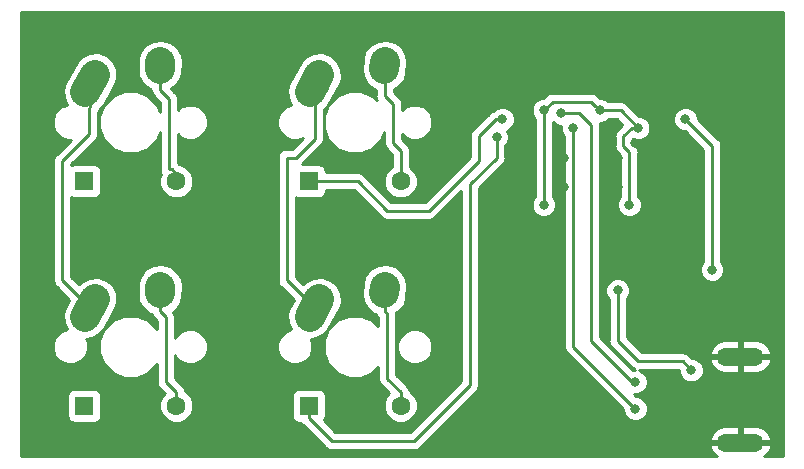
<source format=gtl>
G04 #@! TF.GenerationSoftware,KiCad,Pcbnew,(5.0.0-3-g5ebb6b6)*
G04 #@! TF.CreationDate,2018-09-23T16:07:04+01:00*
G04 #@! TF.ProjectId,PCB1,504342312E6B696361645F7063620000,rev?*
G04 #@! TF.SameCoordinates,Original*
G04 #@! TF.FileFunction,Copper,L1,Top,Signal*
G04 #@! TF.FilePolarity,Positive*
%FSLAX46Y46*%
G04 Gerber Fmt 4.6, Leading zero omitted, Abs format (unit mm)*
G04 Created by KiCad (PCBNEW (5.0.0-3-g5ebb6b6)) date Sunday, 23 September 2018 at 16:07:04*
%MOMM*%
%LPD*%
G01*
G04 APERTURE LIST*
G04 #@! TA.AperFunction,ComponentPad*
%ADD10R,1.600000X1.600000*%
G04 #@! TD*
G04 #@! TA.AperFunction,ComponentPad*
%ADD11C,1.600000*%
G04 #@! TD*
G04 #@! TA.AperFunction,ComponentPad*
%ADD12O,4.000000X1.500000*%
G04 #@! TD*
G04 #@! TA.AperFunction,ComponentPad*
%ADD13C,2.500000*%
G04 #@! TD*
G04 #@! TA.AperFunction,Conductor*
%ADD14C,2.500000*%
G04 #@! TD*
G04 #@! TA.AperFunction,ViaPad*
%ADD15C,0.800000*%
G04 #@! TD*
G04 #@! TA.AperFunction,Conductor*
%ADD16C,0.250000*%
G04 #@! TD*
G04 #@! TA.AperFunction,Conductor*
%ADD17C,0.254000*%
G04 #@! TD*
G04 APERTURE END LIST*
D10*
G04 #@! TO.P,D1,1*
G04 #@! TO.N,/Row0*
X105600000Y-62500000D03*
D11*
G04 #@! TO.P,D1,2*
G04 #@! TO.N,Net-(D1-Pad2)*
X113400000Y-62500000D03*
G04 #@! TD*
D10*
G04 #@! TO.P,D2,1*
G04 #@! TO.N,/Row1*
X105600000Y-81500000D03*
D11*
G04 #@! TO.P,D2,2*
G04 #@! TO.N,Net-(D2-Pad2)*
X113400000Y-81500000D03*
G04 #@! TD*
G04 #@! TO.P,D3,2*
G04 #@! TO.N,Net-(D3-Pad2)*
X132400000Y-62500000D03*
D10*
G04 #@! TO.P,D3,1*
G04 #@! TO.N,/Row0*
X124600000Y-62500000D03*
G04 #@! TD*
D11*
G04 #@! TO.P,D4,2*
G04 #@! TO.N,Net-(D4-Pad2)*
X132400000Y-81500000D03*
D10*
G04 #@! TO.P,D4,1*
G04 #@! TO.N,/Row1*
X124600000Y-81500000D03*
G04 #@! TD*
D12*
G04 #@! TO.P,J1,6*
G04 #@! TO.N,GND*
X161150000Y-77350000D03*
X161150000Y-84650000D03*
G04 #@! TD*
D13*
G04 #@! TO.P,K1,1*
G04 #@! TO.N,/Col0*
X106095000Y-54230000D03*
D14*
G04 #@! TD*
G04 #@! TO.N,/Col0*
G04 #@! TO.C,K1*
X106500453Y-53500046D02*
X105689547Y-54959954D01*
D13*
G04 #@! TO.P,K1,2*
G04 #@! TO.N,Net-(D1-Pad2)*
X112020000Y-52710000D03*
D14*
G04 #@! TD*
G04 #@! TO.N,Net-(D1-Pad2)*
G04 #@! TO.C,K1*
X112039724Y-52420672D02*
X112000276Y-52999328D01*
D13*
G04 #@! TO.P,K2,1*
G04 #@! TO.N,/Col0*
X106095000Y-73230000D03*
D14*
G04 #@! TD*
G04 #@! TO.N,/Col0*
G04 #@! TO.C,K2*
X106500453Y-72500046D02*
X105689547Y-73959954D01*
D13*
G04 #@! TO.P,K2,2*
G04 #@! TO.N,Net-(D2-Pad2)*
X112020000Y-71710000D03*
D14*
G04 #@! TD*
G04 #@! TO.N,Net-(D2-Pad2)*
G04 #@! TO.C,K2*
X112039724Y-71420672D02*
X112000276Y-71999328D01*
D13*
G04 #@! TO.P,K3,2*
G04 #@! TO.N,Net-(D3-Pad2)*
X131020000Y-52710000D03*
D14*
G04 #@! TD*
G04 #@! TO.N,Net-(D3-Pad2)*
G04 #@! TO.C,K3*
X131039724Y-52420672D02*
X131000276Y-52999328D01*
D13*
G04 #@! TO.P,K3,1*
G04 #@! TO.N,/Col1*
X125095000Y-54230000D03*
D14*
G04 #@! TD*
G04 #@! TO.N,/Col1*
G04 #@! TO.C,K3*
X125500453Y-53500046D02*
X124689547Y-54959954D01*
D13*
G04 #@! TO.P,K4,2*
G04 #@! TO.N,Net-(D4-Pad2)*
X131020000Y-71710000D03*
D14*
G04 #@! TD*
G04 #@! TO.N,Net-(D4-Pad2)*
G04 #@! TO.C,K4*
X131039724Y-71420672D02*
X131000276Y-71999328D01*
D13*
G04 #@! TO.P,K4,1*
G04 #@! TO.N,/Col1*
X125095000Y-73230000D03*
D14*
G04 #@! TD*
G04 #@! TO.N,/Col1*
G04 #@! TO.C,K4*
X125500453Y-72500046D02*
X124689547Y-73959954D01*
D15*
G04 #@! TO.N,GND*
X157000000Y-60250000D03*
X152250000Y-59250000D03*
X150750000Y-63000000D03*
X146250000Y-63000000D03*
X146250000Y-60500000D03*
X150750000Y-60500000D03*
X155250000Y-68500000D03*
G04 #@! TO.N,Net-(R1-Pad1)*
X156500000Y-57250000D03*
G04 #@! TO.N,VCC*
X144500000Y-56500000D03*
X144500000Y-64500000D03*
X151750000Y-64500000D03*
X152500000Y-58000000D03*
X149250000Y-56500000D03*
G04 #@! TO.N,Net-(R4-Pad1)*
X147000000Y-58000000D03*
G04 #@! TO.N,Net-(R3-Pad1)*
X146000000Y-56750000D03*
X152250000Y-79500000D03*
G04 #@! TO.N,Net-(R4-Pad1)*
X152250000Y-81750000D03*
G04 #@! TO.N,VCC*
X150750000Y-71750000D03*
X157000000Y-78500000D03*
G04 #@! TO.N,/Row0*
X141000000Y-57250000D03*
G04 #@! TO.N,/Row1*
X140500000Y-58750000D03*
G04 #@! TO.N,Net-(R1-Pad1)*
X158750000Y-70000000D03*
G04 #@! TD*
D16*
G04 #@! TO.N,GND*
X157000000Y-60250000D02*
X155750000Y-59000000D01*
X155750000Y-59000000D02*
X152250000Y-59000000D01*
G04 #@! TO.N,VCC*
X144500000Y-56500000D02*
X144500000Y-64500000D01*
X148850001Y-56100001D02*
X149250000Y-56500000D01*
X148500000Y-55750000D02*
X148850001Y-56100001D01*
X145250000Y-55750000D02*
X148500000Y-55750000D01*
X144500000Y-56500000D02*
X145250000Y-55750000D01*
X151000000Y-56500000D02*
X152500000Y-58000000D01*
X149250000Y-56500000D02*
X151000000Y-56500000D01*
X151934315Y-58000000D02*
X151250000Y-58684315D01*
X152500000Y-58000000D02*
X151934315Y-58000000D01*
X151250000Y-58684315D02*
X151250000Y-59500000D01*
X151750000Y-60000000D02*
X151750000Y-64500000D01*
X151250000Y-59500000D02*
X151750000Y-60000000D01*
X150750000Y-71750000D02*
X150750000Y-76000000D01*
X150750000Y-76000000D02*
X152500000Y-77750000D01*
X156250000Y-77750000D02*
X157000000Y-78500000D01*
X152500000Y-77750000D02*
X156250000Y-77750000D01*
G04 #@! TO.N,Net-(D1-Pad2)*
X112750000Y-55500000D02*
X112750000Y-61500000D01*
X112020000Y-54770000D02*
X112750000Y-55500000D01*
X112020000Y-52710000D02*
X112020000Y-54770000D01*
X113400000Y-62500000D02*
X113400000Y-61900000D01*
X113000000Y-61500000D02*
X112750000Y-61500000D01*
X113400000Y-61900000D02*
X113000000Y-61500000D01*
G04 #@! TO.N,/Row0*
X140434315Y-57250000D02*
X141000000Y-57250000D01*
X139000000Y-58684315D02*
X140434315Y-57250000D01*
X134750000Y-65000000D02*
X139000000Y-60750000D01*
X124600000Y-62500000D02*
X128750000Y-62500000D01*
X131250000Y-65000000D02*
X134750000Y-65000000D01*
X139000000Y-60750000D02*
X139000000Y-58684315D01*
X128750000Y-62500000D02*
X131250000Y-65000000D01*
G04 #@! TO.N,Net-(D2-Pad2)*
X112020000Y-73520000D02*
X112020000Y-71710000D01*
X112500000Y-74000000D02*
X112020000Y-73520000D01*
X112500000Y-79468630D02*
X112500000Y-74000000D01*
X113400000Y-80368630D02*
X112500000Y-79468630D01*
X113400000Y-81500000D02*
X113400000Y-80368630D01*
G04 #@! TO.N,/Row1*
X124600000Y-82550000D02*
X126550000Y-84500000D01*
X124600000Y-81500000D02*
X124600000Y-82550000D01*
X126550000Y-84500000D02*
X133500000Y-84500000D01*
X133500000Y-84500000D02*
X138250000Y-79750000D01*
X138250000Y-79750000D02*
X138250000Y-62750000D01*
X140500000Y-60500000D02*
X140500000Y-58750000D01*
X138250000Y-62750000D02*
X140500000Y-60500000D01*
G04 #@! TO.N,Net-(D3-Pad2)*
X132400000Y-62500000D02*
X132400000Y-59900000D01*
X132400000Y-59900000D02*
X131750000Y-59250000D01*
X131750000Y-59250000D02*
X131750000Y-56000000D01*
X131020000Y-55270000D02*
X131020000Y-52710000D01*
X131750000Y-56000000D02*
X131020000Y-55270000D01*
G04 #@! TO.N,Net-(D4-Pad2)*
X132400000Y-80368630D02*
X131250000Y-79218630D01*
X132400000Y-81500000D02*
X132400000Y-80368630D01*
X131250000Y-79218630D02*
X131250000Y-73750000D01*
X131020000Y-73520000D02*
X131020000Y-71710000D01*
X131250000Y-73750000D02*
X131020000Y-73520000D01*
G04 #@! TO.N,/Col0*
X106095000Y-56239178D02*
X106000000Y-56334178D01*
X106095000Y-54230000D02*
X106095000Y-56239178D01*
X106000000Y-56334178D02*
X106000000Y-58500000D01*
X106000000Y-58500000D02*
X103750000Y-60750000D01*
X103750000Y-70885000D02*
X106095000Y-73230000D01*
X103750000Y-60750000D02*
X103750000Y-70885000D01*
G04 #@! TO.N,/Col1*
X122750000Y-70885000D02*
X125095000Y-73230000D01*
X122750000Y-60500000D02*
X122750000Y-70885000D01*
X123500000Y-60500000D02*
X122750000Y-60500000D01*
X125095000Y-58905000D02*
X123500000Y-60500000D01*
X125095000Y-54230000D02*
X125095000Y-58905000D01*
G04 #@! TO.N,Net-(R1-Pad1)*
X158750000Y-68750000D02*
X158750000Y-68750000D01*
X158750000Y-68750000D02*
X158750000Y-70000000D01*
X158750000Y-59500000D02*
X158750000Y-68750000D01*
X156500000Y-57250000D02*
X158750000Y-59500000D01*
G04 #@! TO.N,Net-(R3-Pad1)*
X152000000Y-79500000D02*
X152250000Y-79500000D01*
X148500000Y-76000000D02*
X152000000Y-79500000D01*
X147500000Y-56750000D02*
X148500000Y-57750000D01*
X148500000Y-57750000D02*
X148500000Y-76000000D01*
X146000000Y-56750000D02*
X147500000Y-56750000D01*
G04 #@! TO.N,Net-(R4-Pad1)*
X147000000Y-76500000D02*
X152250000Y-81750000D01*
X147000000Y-58000000D02*
X147000000Y-76500000D01*
G04 #@! TD*
D17*
G04 #@! TO.N,GND*
G36*
X164790001Y-85790000D02*
X163159733Y-85790000D01*
X163469145Y-85539540D01*
X163728173Y-85062684D01*
X163742318Y-84991185D01*
X163619656Y-84777000D01*
X161277000Y-84777000D01*
X161277000Y-84797000D01*
X161023000Y-84797000D01*
X161023000Y-84777000D01*
X158680344Y-84777000D01*
X158557682Y-84991185D01*
X158571827Y-85062684D01*
X158830855Y-85539540D01*
X159140267Y-85790000D01*
X100210000Y-85790000D01*
X100210000Y-80700000D01*
X104152560Y-80700000D01*
X104152560Y-82300000D01*
X104201843Y-82547765D01*
X104342191Y-82757809D01*
X104552235Y-82898157D01*
X104800000Y-82947440D01*
X106400000Y-82947440D01*
X106647765Y-82898157D01*
X106857809Y-82757809D01*
X106998157Y-82547765D01*
X107047440Y-82300000D01*
X107047440Y-80700000D01*
X106998157Y-80452235D01*
X106857809Y-80242191D01*
X106647765Y-80101843D01*
X106400000Y-80052560D01*
X104800000Y-80052560D01*
X104552235Y-80101843D01*
X104342191Y-80242191D01*
X104201843Y-80452235D01*
X104152560Y-80700000D01*
X100210000Y-80700000D01*
X100210000Y-57204436D01*
X102934100Y-57204436D01*
X102934100Y-57795564D01*
X103160314Y-58341695D01*
X103578305Y-58759686D01*
X104124436Y-58985900D01*
X104439298Y-58985900D01*
X103265530Y-60159669D01*
X103202071Y-60202071D01*
X103034096Y-60453464D01*
X102990000Y-60675149D01*
X102990000Y-60675153D01*
X102975112Y-60750000D01*
X102990000Y-60824847D01*
X102990001Y-70810148D01*
X102975112Y-70885000D01*
X103034097Y-71181537D01*
X103116546Y-71304930D01*
X103202072Y-71432929D01*
X103265528Y-71475329D01*
X104324924Y-72534726D01*
X103951538Y-73206949D01*
X103780164Y-73740720D01*
X103841609Y-74488097D01*
X104114132Y-75018368D01*
X103578305Y-75240314D01*
X103160314Y-75658305D01*
X102934100Y-76204436D01*
X102934100Y-76795564D01*
X103160314Y-77341695D01*
X103578305Y-77759686D01*
X104124436Y-77985900D01*
X104715564Y-77985900D01*
X105261695Y-77759686D01*
X105679686Y-77341695D01*
X105905900Y-76795564D01*
X105905900Y-76204436D01*
X105811726Y-75977079D01*
X106871100Y-75977079D01*
X106871100Y-77022921D01*
X107271326Y-77989152D01*
X108010848Y-78728674D01*
X108977079Y-79128900D01*
X110022921Y-79128900D01*
X110989152Y-78728674D01*
X111728674Y-77989152D01*
X111740000Y-77961808D01*
X111740000Y-79393783D01*
X111725112Y-79468630D01*
X111740000Y-79543477D01*
X111740000Y-79543481D01*
X111784096Y-79765166D01*
X111952071Y-80016559D01*
X112015530Y-80058961D01*
X112413586Y-80457018D01*
X112183466Y-80687138D01*
X111965000Y-81214561D01*
X111965000Y-81785439D01*
X112183466Y-82312862D01*
X112587138Y-82716534D01*
X113114561Y-82935000D01*
X113685439Y-82935000D01*
X114212862Y-82716534D01*
X114616534Y-82312862D01*
X114835000Y-81785439D01*
X114835000Y-81214561D01*
X114616534Y-80687138D01*
X114212862Y-80283466D01*
X114153018Y-80258678D01*
X114115904Y-80072093D01*
X113947929Y-79820701D01*
X113884473Y-79778301D01*
X113260000Y-79153829D01*
X113260000Y-77196084D01*
X113320314Y-77341695D01*
X113738305Y-77759686D01*
X114284436Y-77985900D01*
X114875564Y-77985900D01*
X115421695Y-77759686D01*
X115839686Y-77341695D01*
X116065900Y-76795564D01*
X116065900Y-76204436D01*
X115839686Y-75658305D01*
X115421695Y-75240314D01*
X114875564Y-75014100D01*
X114284436Y-75014100D01*
X113738305Y-75240314D01*
X113320314Y-75658305D01*
X113260000Y-75803916D01*
X113260000Y-74074848D01*
X113274888Y-74000000D01*
X113260000Y-73925152D01*
X113260000Y-73925148D01*
X113215904Y-73703463D01*
X113105586Y-73538361D01*
X113263706Y-73447621D01*
X113721771Y-72853882D01*
X113868283Y-72312759D01*
X113932986Y-71363654D01*
X113861266Y-70807653D01*
X113488017Y-70157242D01*
X112894278Y-69699177D01*
X112170441Y-69503194D01*
X111426705Y-69599130D01*
X110776294Y-69972379D01*
X110318229Y-70566118D01*
X110171717Y-71107241D01*
X110107014Y-72056346D01*
X110178734Y-72612347D01*
X110551983Y-73262758D01*
X111145722Y-73720823D01*
X111292989Y-73760696D01*
X111304096Y-73816536D01*
X111472071Y-74067929D01*
X111535530Y-74110331D01*
X111740001Y-74314802D01*
X111740001Y-75038193D01*
X111728674Y-75010848D01*
X110989152Y-74271326D01*
X110022921Y-73871100D01*
X108977079Y-73871100D01*
X108010848Y-74271326D01*
X107271326Y-75010848D01*
X106871100Y-75977079D01*
X105811726Y-75977079D01*
X105757324Y-75845741D01*
X106217690Y-75807892D01*
X106884663Y-75465114D01*
X107247258Y-75037557D01*
X108238462Y-73253052D01*
X108409836Y-72719281D01*
X108348391Y-71971903D01*
X108005613Y-71304930D01*
X107433688Y-70819903D01*
X106719687Y-70590663D01*
X105972309Y-70652108D01*
X105305337Y-70994886D01*
X105135249Y-71195447D01*
X104510000Y-70570199D01*
X104510000Y-63869936D01*
X104552235Y-63898157D01*
X104800000Y-63947440D01*
X106400000Y-63947440D01*
X106647765Y-63898157D01*
X106857809Y-63757809D01*
X106998157Y-63547765D01*
X107047440Y-63300000D01*
X107047440Y-61700000D01*
X106998157Y-61452235D01*
X106857809Y-61242191D01*
X106647765Y-61101843D01*
X106400000Y-61052560D01*
X104800000Y-61052560D01*
X104552235Y-61101843D01*
X104510000Y-61130064D01*
X104510000Y-61064801D01*
X106484473Y-59090329D01*
X106547929Y-59047929D01*
X106715904Y-58796537D01*
X106760000Y-58574852D01*
X106760000Y-58574848D01*
X106774888Y-58500000D01*
X106760000Y-58425152D01*
X106760000Y-56977079D01*
X106871100Y-56977079D01*
X106871100Y-58022921D01*
X107271326Y-58989152D01*
X108010848Y-59728674D01*
X108977079Y-60128900D01*
X110022921Y-60128900D01*
X110989152Y-59728674D01*
X111728674Y-58989152D01*
X111990000Y-58358255D01*
X111990001Y-61425143D01*
X111975111Y-61500000D01*
X112034096Y-61796537D01*
X112098331Y-61892672D01*
X111965000Y-62214561D01*
X111965000Y-62785439D01*
X112183466Y-63312862D01*
X112587138Y-63716534D01*
X113114561Y-63935000D01*
X113685439Y-63935000D01*
X114212862Y-63716534D01*
X114616534Y-63312862D01*
X114835000Y-62785439D01*
X114835000Y-62214561D01*
X114616534Y-61687138D01*
X114212862Y-61283466D01*
X113685439Y-61065000D01*
X113639801Y-61065000D01*
X113590331Y-61015529D01*
X113547929Y-60952071D01*
X113510000Y-60926728D01*
X113510000Y-58531381D01*
X113738305Y-58759686D01*
X114284436Y-58985900D01*
X114875564Y-58985900D01*
X115421695Y-58759686D01*
X115839686Y-58341695D01*
X116065900Y-57795564D01*
X116065900Y-57204436D01*
X121934100Y-57204436D01*
X121934100Y-57795564D01*
X122160314Y-58341695D01*
X122578305Y-58759686D01*
X123124436Y-58985900D01*
X123715564Y-58985900D01*
X124097501Y-58827697D01*
X123185199Y-59740000D01*
X122824852Y-59740000D01*
X122750000Y-59725111D01*
X122675148Y-59740000D01*
X122453463Y-59784096D01*
X122202071Y-59952071D01*
X122034096Y-60203463D01*
X121975111Y-60500000D01*
X121990000Y-60574851D01*
X121990001Y-70810148D01*
X121975112Y-70885000D01*
X122034097Y-71181537D01*
X122116546Y-71304930D01*
X122202072Y-71432929D01*
X122265528Y-71475329D01*
X123324924Y-72534726D01*
X122951538Y-73206949D01*
X122780164Y-73740720D01*
X122841609Y-74488097D01*
X123114132Y-75018368D01*
X122578305Y-75240314D01*
X122160314Y-75658305D01*
X121934100Y-76204436D01*
X121934100Y-76795564D01*
X122160314Y-77341695D01*
X122578305Y-77759686D01*
X123124436Y-77985900D01*
X123715564Y-77985900D01*
X124261695Y-77759686D01*
X124679686Y-77341695D01*
X124905900Y-76795564D01*
X124905900Y-76204436D01*
X124811726Y-75977079D01*
X125871100Y-75977079D01*
X125871100Y-77022921D01*
X126271326Y-77989152D01*
X127010848Y-78728674D01*
X127977079Y-79128900D01*
X129022921Y-79128900D01*
X129989152Y-78728674D01*
X130490000Y-78227826D01*
X130490000Y-79143783D01*
X130475112Y-79218630D01*
X130490000Y-79293477D01*
X130490000Y-79293481D01*
X130534096Y-79515166D01*
X130702071Y-79766559D01*
X130765530Y-79808961D01*
X131413586Y-80457018D01*
X131183466Y-80687138D01*
X130965000Y-81214561D01*
X130965000Y-81785439D01*
X131183466Y-82312862D01*
X131587138Y-82716534D01*
X132114561Y-82935000D01*
X132685439Y-82935000D01*
X133212862Y-82716534D01*
X133616534Y-82312862D01*
X133835000Y-81785439D01*
X133835000Y-81214561D01*
X133616534Y-80687138D01*
X133212862Y-80283466D01*
X133153018Y-80258678D01*
X133115904Y-80072093D01*
X132947929Y-79820701D01*
X132884473Y-79778301D01*
X132010000Y-78903829D01*
X132010000Y-76204436D01*
X132094100Y-76204436D01*
X132094100Y-76795564D01*
X132320314Y-77341695D01*
X132738305Y-77759686D01*
X133284436Y-77985900D01*
X133875564Y-77985900D01*
X134421695Y-77759686D01*
X134839686Y-77341695D01*
X135065900Y-76795564D01*
X135065900Y-76204436D01*
X134839686Y-75658305D01*
X134421695Y-75240314D01*
X133875564Y-75014100D01*
X133284436Y-75014100D01*
X132738305Y-75240314D01*
X132320314Y-75658305D01*
X132094100Y-76204436D01*
X132010000Y-76204436D01*
X132010000Y-73824846D01*
X132024888Y-73749999D01*
X132010000Y-73675152D01*
X132010000Y-73675148D01*
X131995372Y-73601609D01*
X132263706Y-73447621D01*
X132721771Y-72853882D01*
X132868283Y-72312759D01*
X132932986Y-71363654D01*
X132861266Y-70807653D01*
X132488017Y-70157242D01*
X131894278Y-69699177D01*
X131170441Y-69503194D01*
X130426705Y-69599130D01*
X129776294Y-69972379D01*
X129318229Y-70566118D01*
X129171717Y-71107241D01*
X129107014Y-72056346D01*
X129178734Y-72612347D01*
X129551983Y-73262758D01*
X130145722Y-73720823D01*
X130292989Y-73760696D01*
X130304096Y-73816536D01*
X130472071Y-74067929D01*
X130490001Y-74079909D01*
X130490001Y-74772175D01*
X129989152Y-74271326D01*
X129022921Y-73871100D01*
X127977079Y-73871100D01*
X127010848Y-74271326D01*
X126271326Y-75010848D01*
X125871100Y-75977079D01*
X124811726Y-75977079D01*
X124757324Y-75845741D01*
X125217690Y-75807892D01*
X125884663Y-75465114D01*
X126247258Y-75037557D01*
X127238462Y-73253052D01*
X127409836Y-72719281D01*
X127348391Y-71971903D01*
X127005613Y-71304930D01*
X126433688Y-70819903D01*
X125719687Y-70590663D01*
X124972309Y-70652108D01*
X124305337Y-70994886D01*
X124135249Y-71195447D01*
X123510000Y-70570199D01*
X123510000Y-63869936D01*
X123552235Y-63898157D01*
X123800000Y-63947440D01*
X125400000Y-63947440D01*
X125647765Y-63898157D01*
X125857809Y-63757809D01*
X125998157Y-63547765D01*
X126047440Y-63300000D01*
X126047440Y-63260000D01*
X128435199Y-63260000D01*
X130659671Y-65484473D01*
X130702071Y-65547929D01*
X130953463Y-65715904D01*
X131175148Y-65760000D01*
X131175153Y-65760000D01*
X131250000Y-65774888D01*
X131324847Y-65760000D01*
X134675153Y-65760000D01*
X134750000Y-65774888D01*
X134824847Y-65760000D01*
X134824852Y-65760000D01*
X135046537Y-65715904D01*
X135297929Y-65547929D01*
X135340331Y-65484470D01*
X137490001Y-63334801D01*
X137490000Y-79435197D01*
X133185199Y-83740000D01*
X126864803Y-83740000D01*
X125867743Y-82742941D01*
X125998157Y-82547765D01*
X126047440Y-82300000D01*
X126047440Y-80700000D01*
X125998157Y-80452235D01*
X125857809Y-80242191D01*
X125647765Y-80101843D01*
X125400000Y-80052560D01*
X123800000Y-80052560D01*
X123552235Y-80101843D01*
X123342191Y-80242191D01*
X123201843Y-80452235D01*
X123152560Y-80700000D01*
X123152560Y-82300000D01*
X123201843Y-82547765D01*
X123342191Y-82757809D01*
X123552235Y-82898157D01*
X123800000Y-82947440D01*
X123951518Y-82947440D01*
X124052072Y-83097929D01*
X124115528Y-83140329D01*
X125959673Y-84984476D01*
X126002071Y-85047929D01*
X126065524Y-85090327D01*
X126065526Y-85090329D01*
X126190902Y-85174102D01*
X126253463Y-85215904D01*
X126475148Y-85260000D01*
X126475152Y-85260000D01*
X126549999Y-85274888D01*
X126624846Y-85260000D01*
X133425153Y-85260000D01*
X133500000Y-85274888D01*
X133574847Y-85260000D01*
X133574852Y-85260000D01*
X133796537Y-85215904D01*
X134047929Y-85047929D01*
X134090331Y-84984470D01*
X134765986Y-84308815D01*
X158557682Y-84308815D01*
X158680344Y-84523000D01*
X161023000Y-84523000D01*
X161023000Y-83265000D01*
X161277000Y-83265000D01*
X161277000Y-84523000D01*
X163619656Y-84523000D01*
X163742318Y-84308815D01*
X163728173Y-84237316D01*
X163469145Y-83760460D01*
X163047349Y-83419028D01*
X162527000Y-83265000D01*
X161277000Y-83265000D01*
X161023000Y-83265000D01*
X159773000Y-83265000D01*
X159252651Y-83419028D01*
X158830855Y-83760460D01*
X158571827Y-84237316D01*
X158557682Y-84308815D01*
X134765986Y-84308815D01*
X138734476Y-80340327D01*
X138797929Y-80297929D01*
X138840327Y-80234476D01*
X138840329Y-80234474D01*
X138936643Y-80090329D01*
X138965904Y-80046537D01*
X139010000Y-79824852D01*
X139010000Y-79824848D01*
X139024888Y-79750001D01*
X139010000Y-79675154D01*
X139010000Y-63064801D01*
X140984473Y-61090329D01*
X141047929Y-61047929D01*
X141215904Y-60796537D01*
X141260000Y-60574852D01*
X141260000Y-60574848D01*
X141274888Y-60500000D01*
X141260000Y-60425152D01*
X141260000Y-59453711D01*
X141377431Y-59336280D01*
X141535000Y-58955874D01*
X141535000Y-58544126D01*
X141395186Y-58206585D01*
X141586280Y-58127431D01*
X141877431Y-57836280D01*
X142035000Y-57455874D01*
X142035000Y-57044126D01*
X141877431Y-56663720D01*
X141586280Y-56372569D01*
X141396902Y-56294126D01*
X143465000Y-56294126D01*
X143465000Y-56705874D01*
X143622569Y-57086280D01*
X143740000Y-57203711D01*
X143740001Y-63796288D01*
X143622569Y-63913720D01*
X143465000Y-64294126D01*
X143465000Y-64705874D01*
X143622569Y-65086280D01*
X143913720Y-65377431D01*
X144294126Y-65535000D01*
X144705874Y-65535000D01*
X145086280Y-65377431D01*
X145377431Y-65086280D01*
X145535000Y-64705874D01*
X145535000Y-64294126D01*
X145377431Y-63913720D01*
X145260000Y-63796289D01*
X145260000Y-57473711D01*
X145413720Y-57627431D01*
X145794126Y-57785000D01*
X145968780Y-57785000D01*
X145965000Y-57794126D01*
X145965000Y-58205874D01*
X146122569Y-58586280D01*
X146240000Y-58703711D01*
X146240001Y-76425148D01*
X146225112Y-76500000D01*
X146284097Y-76796537D01*
X146378163Y-76937316D01*
X146452072Y-77047929D01*
X146515528Y-77090329D01*
X151215000Y-81789802D01*
X151215000Y-81955874D01*
X151372569Y-82336280D01*
X151663720Y-82627431D01*
X152044126Y-82785000D01*
X152455874Y-82785000D01*
X152836280Y-82627431D01*
X153127431Y-82336280D01*
X153285000Y-81955874D01*
X153285000Y-81544126D01*
X153127431Y-81163720D01*
X152836280Y-80872569D01*
X152455874Y-80715000D01*
X152289802Y-80715000D01*
X152109802Y-80535000D01*
X152455874Y-80535000D01*
X152836280Y-80377431D01*
X153127431Y-80086280D01*
X153285000Y-79705874D01*
X153285000Y-79294126D01*
X153127431Y-78913720D01*
X152836280Y-78622569D01*
X152567866Y-78511389D01*
X152574848Y-78510000D01*
X155935199Y-78510000D01*
X155965000Y-78539801D01*
X155965000Y-78705874D01*
X156122569Y-79086280D01*
X156413720Y-79377431D01*
X156794126Y-79535000D01*
X157205874Y-79535000D01*
X157586280Y-79377431D01*
X157877431Y-79086280D01*
X158035000Y-78705874D01*
X158035000Y-78294126D01*
X157877431Y-77913720D01*
X157654896Y-77691185D01*
X158557682Y-77691185D01*
X158571827Y-77762684D01*
X158830855Y-78239540D01*
X159252651Y-78580972D01*
X159773000Y-78735000D01*
X161023000Y-78735000D01*
X161023000Y-77477000D01*
X161277000Y-77477000D01*
X161277000Y-78735000D01*
X162527000Y-78735000D01*
X163047349Y-78580972D01*
X163469145Y-78239540D01*
X163728173Y-77762684D01*
X163742318Y-77691185D01*
X163619656Y-77477000D01*
X161277000Y-77477000D01*
X161023000Y-77477000D01*
X158680344Y-77477000D01*
X158557682Y-77691185D01*
X157654896Y-77691185D01*
X157586280Y-77622569D01*
X157205874Y-77465000D01*
X157039801Y-77465000D01*
X156840331Y-77265530D01*
X156797929Y-77202071D01*
X156546537Y-77034096D01*
X156419442Y-77008815D01*
X158557682Y-77008815D01*
X158680344Y-77223000D01*
X161023000Y-77223000D01*
X161023000Y-75965000D01*
X161277000Y-75965000D01*
X161277000Y-77223000D01*
X163619656Y-77223000D01*
X163742318Y-77008815D01*
X163728173Y-76937316D01*
X163469145Y-76460460D01*
X163047349Y-76119028D01*
X162527000Y-75965000D01*
X161277000Y-75965000D01*
X161023000Y-75965000D01*
X159773000Y-75965000D01*
X159252651Y-76119028D01*
X158830855Y-76460460D01*
X158571827Y-76937316D01*
X158557682Y-77008815D01*
X156419442Y-77008815D01*
X156324852Y-76990000D01*
X156324847Y-76990000D01*
X156250000Y-76975112D01*
X156175153Y-76990000D01*
X152814802Y-76990000D01*
X151510000Y-75685199D01*
X151510000Y-72453711D01*
X151627431Y-72336280D01*
X151785000Y-71955874D01*
X151785000Y-71544126D01*
X151627431Y-71163720D01*
X151336280Y-70872569D01*
X150955874Y-70715000D01*
X150544126Y-70715000D01*
X150163720Y-70872569D01*
X149872569Y-71163720D01*
X149715000Y-71544126D01*
X149715000Y-71955874D01*
X149872569Y-72336280D01*
X149990000Y-72453711D01*
X149990001Y-75925148D01*
X149975112Y-76000000D01*
X149990001Y-76074852D01*
X150034097Y-76296537D01*
X150202072Y-76547929D01*
X150265528Y-76590329D01*
X151909670Y-78234472D01*
X151952071Y-78297929D01*
X152015527Y-78340329D01*
X152202109Y-78465000D01*
X152044126Y-78465000D01*
X152041069Y-78466266D01*
X149260000Y-75685199D01*
X149260000Y-57824848D01*
X149274888Y-57750000D01*
X149260000Y-57675152D01*
X149260000Y-57675148D01*
X149232123Y-57535000D01*
X149455874Y-57535000D01*
X149836280Y-57377431D01*
X149953711Y-57260000D01*
X150685199Y-57260000D01*
X151142356Y-57717158D01*
X150765530Y-58093984D01*
X150702071Y-58136386D01*
X150534096Y-58387779D01*
X150490000Y-58609464D01*
X150490000Y-58609468D01*
X150475112Y-58684315D01*
X150490000Y-58759162D01*
X150490000Y-59425153D01*
X150475112Y-59500000D01*
X150490000Y-59574847D01*
X150490000Y-59574852D01*
X150520598Y-59728674D01*
X150534097Y-59796537D01*
X150647265Y-59965904D01*
X150702072Y-60047929D01*
X150765527Y-60090329D01*
X150990000Y-60314802D01*
X150990001Y-63796288D01*
X150872569Y-63913720D01*
X150715000Y-64294126D01*
X150715000Y-64705874D01*
X150872569Y-65086280D01*
X151163720Y-65377431D01*
X151544126Y-65535000D01*
X151955874Y-65535000D01*
X152336280Y-65377431D01*
X152627431Y-65086280D01*
X152785000Y-64705874D01*
X152785000Y-64294126D01*
X152627431Y-63913720D01*
X152510000Y-63796289D01*
X152510000Y-60074848D01*
X152524888Y-60000000D01*
X152510000Y-59925152D01*
X152510000Y-59925148D01*
X152465904Y-59703463D01*
X152465904Y-59703462D01*
X152340329Y-59515527D01*
X152297929Y-59452071D01*
X152234473Y-59409671D01*
X152010000Y-59185199D01*
X152010000Y-58999116D01*
X152067845Y-58941272D01*
X152294126Y-59035000D01*
X152705874Y-59035000D01*
X153086280Y-58877431D01*
X153377431Y-58586280D01*
X153535000Y-58205874D01*
X153535000Y-57794126D01*
X153377431Y-57413720D01*
X153086280Y-57122569D01*
X152896902Y-57044126D01*
X155465000Y-57044126D01*
X155465000Y-57455874D01*
X155622569Y-57836280D01*
X155913720Y-58127431D01*
X156294126Y-58285000D01*
X156460199Y-58285000D01*
X157990000Y-59814802D01*
X157990001Y-68675143D01*
X157975111Y-68750000D01*
X157990000Y-68824852D01*
X157990000Y-69296289D01*
X157872569Y-69413720D01*
X157715000Y-69794126D01*
X157715000Y-70205874D01*
X157872569Y-70586280D01*
X158163720Y-70877431D01*
X158544126Y-71035000D01*
X158955874Y-71035000D01*
X159336280Y-70877431D01*
X159627431Y-70586280D01*
X159785000Y-70205874D01*
X159785000Y-69794126D01*
X159627431Y-69413720D01*
X159510000Y-69296289D01*
X159510000Y-68824852D01*
X159524889Y-68750000D01*
X159510000Y-68675148D01*
X159510000Y-59574848D01*
X159524888Y-59500000D01*
X159510000Y-59425152D01*
X159510000Y-59425148D01*
X159465904Y-59203463D01*
X159297929Y-58952071D01*
X159234473Y-58909671D01*
X157535000Y-57210199D01*
X157535000Y-57044126D01*
X157377431Y-56663720D01*
X157086280Y-56372569D01*
X156705874Y-56215000D01*
X156294126Y-56215000D01*
X155913720Y-56372569D01*
X155622569Y-56663720D01*
X155465000Y-57044126D01*
X152896902Y-57044126D01*
X152705874Y-56965000D01*
X152539802Y-56965000D01*
X151590331Y-56015530D01*
X151547929Y-55952071D01*
X151296537Y-55784096D01*
X151074852Y-55740000D01*
X151074847Y-55740000D01*
X151000000Y-55725112D01*
X150925153Y-55740000D01*
X149953711Y-55740000D01*
X149836280Y-55622569D01*
X149455874Y-55465000D01*
X149289801Y-55465000D01*
X149090331Y-55265530D01*
X149047929Y-55202071D01*
X148796537Y-55034096D01*
X148574852Y-54990000D01*
X148574847Y-54990000D01*
X148500000Y-54975112D01*
X148425153Y-54990000D01*
X145324846Y-54990000D01*
X145249999Y-54975112D01*
X145175152Y-54990000D01*
X145175148Y-54990000D01*
X144953463Y-55034096D01*
X144702071Y-55202071D01*
X144659671Y-55265527D01*
X144460198Y-55465000D01*
X144294126Y-55465000D01*
X143913720Y-55622569D01*
X143622569Y-55913720D01*
X143465000Y-56294126D01*
X141396902Y-56294126D01*
X141205874Y-56215000D01*
X140794126Y-56215000D01*
X140413720Y-56372569D01*
X140280603Y-56505686D01*
X140185920Y-56524520D01*
X140137777Y-56534096D01*
X139967414Y-56647930D01*
X139886386Y-56702071D01*
X139843986Y-56765527D01*
X138515528Y-58093986D01*
X138452072Y-58136386D01*
X138409672Y-58199842D01*
X138409671Y-58199843D01*
X138284097Y-58387778D01*
X138225112Y-58684315D01*
X138240001Y-58759167D01*
X138240000Y-60435198D01*
X134435199Y-64240000D01*
X131564802Y-64240000D01*
X129340331Y-62015530D01*
X129297929Y-61952071D01*
X129046537Y-61784096D01*
X128824852Y-61740000D01*
X128824847Y-61740000D01*
X128750000Y-61725112D01*
X128675153Y-61740000D01*
X126047440Y-61740000D01*
X126047440Y-61700000D01*
X125998157Y-61452235D01*
X125857809Y-61242191D01*
X125647765Y-61101843D01*
X125400000Y-61052560D01*
X124040998Y-61052560D01*
X124047929Y-61047929D01*
X124090331Y-60984470D01*
X125579473Y-59495329D01*
X125642929Y-59452929D01*
X125810904Y-59201537D01*
X125855000Y-58979852D01*
X125855000Y-58979848D01*
X125869888Y-58905000D01*
X125855000Y-58830152D01*
X125855000Y-56977079D01*
X125871100Y-56977079D01*
X125871100Y-58022921D01*
X126271326Y-58989152D01*
X127010848Y-59728674D01*
X127977079Y-60128900D01*
X129022921Y-60128900D01*
X129989152Y-59728674D01*
X130728674Y-58989152D01*
X130990000Y-58358255D01*
X130990000Y-59175153D01*
X130975112Y-59250000D01*
X130990000Y-59324847D01*
X130990000Y-59324851D01*
X131034096Y-59546536D01*
X131202071Y-59797929D01*
X131265530Y-59840331D01*
X131640001Y-60214802D01*
X131640000Y-61261570D01*
X131587138Y-61283466D01*
X131183466Y-61687138D01*
X130965000Y-62214561D01*
X130965000Y-62785439D01*
X131183466Y-63312862D01*
X131587138Y-63716534D01*
X132114561Y-63935000D01*
X132685439Y-63935000D01*
X133212862Y-63716534D01*
X133616534Y-63312862D01*
X133835000Y-62785439D01*
X133835000Y-62214561D01*
X133616534Y-61687138D01*
X133212862Y-61283466D01*
X133160000Y-61261570D01*
X133160000Y-59974848D01*
X133174888Y-59900000D01*
X133160000Y-59825152D01*
X133160000Y-59825148D01*
X133115904Y-59603463D01*
X133115904Y-59603462D01*
X132990329Y-59415527D01*
X132947929Y-59352071D01*
X132884473Y-59309671D01*
X132510000Y-58935199D01*
X132510000Y-58531381D01*
X132738305Y-58759686D01*
X133284436Y-58985900D01*
X133875564Y-58985900D01*
X134421695Y-58759686D01*
X134839686Y-58341695D01*
X135065900Y-57795564D01*
X135065900Y-57204436D01*
X134839686Y-56658305D01*
X134421695Y-56240314D01*
X133875564Y-56014100D01*
X133284436Y-56014100D01*
X132738305Y-56240314D01*
X132510000Y-56468619D01*
X132510000Y-56074847D01*
X132524888Y-56000000D01*
X132510000Y-55925153D01*
X132510000Y-55925148D01*
X132465904Y-55703463D01*
X132297929Y-55452071D01*
X132234473Y-55409671D01*
X131780000Y-54955199D01*
X131780000Y-54725204D01*
X132263706Y-54447621D01*
X132721771Y-53853882D01*
X132868283Y-53312759D01*
X132932986Y-52363654D01*
X132861266Y-51807653D01*
X132488017Y-51157242D01*
X131894278Y-50699177D01*
X131170441Y-50503194D01*
X130426705Y-50599130D01*
X129776294Y-50972379D01*
X129318229Y-51566118D01*
X129171717Y-52107241D01*
X129107014Y-53056346D01*
X129178734Y-53612347D01*
X129551983Y-54262758D01*
X130145722Y-54720823D01*
X130260000Y-54751764D01*
X130260000Y-55195153D01*
X130245112Y-55270000D01*
X130260000Y-55344847D01*
X130260000Y-55344851D01*
X130304096Y-55566536D01*
X130343833Y-55626007D01*
X129989152Y-55271326D01*
X129022921Y-54871100D01*
X127977079Y-54871100D01*
X127010848Y-55271326D01*
X126271326Y-56010848D01*
X125871100Y-56977079D01*
X125855000Y-56977079D01*
X125855000Y-56480359D01*
X125884663Y-56465114D01*
X126247258Y-56037557D01*
X127238462Y-54253052D01*
X127409836Y-53719281D01*
X127348391Y-52971903D01*
X127005613Y-52304930D01*
X126433688Y-51819903D01*
X125719687Y-51590663D01*
X124972309Y-51652108D01*
X124305337Y-51994886D01*
X123942742Y-52422443D01*
X122951538Y-54206949D01*
X122780164Y-54740720D01*
X122841609Y-55488097D01*
X123114132Y-56018368D01*
X122578305Y-56240314D01*
X122160314Y-56658305D01*
X121934100Y-57204436D01*
X116065900Y-57204436D01*
X115839686Y-56658305D01*
X115421695Y-56240314D01*
X114875564Y-56014100D01*
X114284436Y-56014100D01*
X113738305Y-56240314D01*
X113510000Y-56468619D01*
X113510000Y-55574847D01*
X113524888Y-55500000D01*
X113510000Y-55425153D01*
X113510000Y-55425148D01*
X113465904Y-55203463D01*
X113297929Y-54952071D01*
X113234473Y-54909671D01*
X112951555Y-54626754D01*
X113263706Y-54447621D01*
X113721771Y-53853882D01*
X113868283Y-53312759D01*
X113932986Y-52363654D01*
X113861266Y-51807653D01*
X113488017Y-51157242D01*
X112894278Y-50699177D01*
X112170441Y-50503194D01*
X111426705Y-50599130D01*
X110776294Y-50972379D01*
X110318229Y-51566118D01*
X110171717Y-52107241D01*
X110107014Y-53056346D01*
X110178734Y-53612347D01*
X110551983Y-54262758D01*
X111145722Y-54720823D01*
X111249315Y-54748871D01*
X111245112Y-54770000D01*
X111260001Y-54844852D01*
X111304097Y-55066537D01*
X111472072Y-55317929D01*
X111535528Y-55360329D01*
X111990000Y-55814802D01*
X111990000Y-56641745D01*
X111728674Y-56010848D01*
X110989152Y-55271326D01*
X110022921Y-54871100D01*
X108977079Y-54871100D01*
X108010848Y-55271326D01*
X107271326Y-56010848D01*
X106871100Y-56977079D01*
X106760000Y-56977079D01*
X106760000Y-56611898D01*
X106810904Y-56535715D01*
X106818148Y-56499298D01*
X106884663Y-56465114D01*
X107247258Y-56037557D01*
X108238462Y-54253052D01*
X108409836Y-53719281D01*
X108348391Y-52971903D01*
X108005613Y-52304930D01*
X107433688Y-51819903D01*
X106719687Y-51590663D01*
X105972309Y-51652108D01*
X105305337Y-51994886D01*
X104942742Y-52422443D01*
X103951538Y-54206949D01*
X103780164Y-54740720D01*
X103841609Y-55488097D01*
X104114132Y-56018368D01*
X103578305Y-56240314D01*
X103160314Y-56658305D01*
X102934100Y-57204436D01*
X100210000Y-57204436D01*
X100210000Y-48210000D01*
X164790000Y-48210000D01*
X164790001Y-85790000D01*
X164790001Y-85790000D01*
G37*
X164790001Y-85790000D02*
X163159733Y-85790000D01*
X163469145Y-85539540D01*
X163728173Y-85062684D01*
X163742318Y-84991185D01*
X163619656Y-84777000D01*
X161277000Y-84777000D01*
X161277000Y-84797000D01*
X161023000Y-84797000D01*
X161023000Y-84777000D01*
X158680344Y-84777000D01*
X158557682Y-84991185D01*
X158571827Y-85062684D01*
X158830855Y-85539540D01*
X159140267Y-85790000D01*
X100210000Y-85790000D01*
X100210000Y-80700000D01*
X104152560Y-80700000D01*
X104152560Y-82300000D01*
X104201843Y-82547765D01*
X104342191Y-82757809D01*
X104552235Y-82898157D01*
X104800000Y-82947440D01*
X106400000Y-82947440D01*
X106647765Y-82898157D01*
X106857809Y-82757809D01*
X106998157Y-82547765D01*
X107047440Y-82300000D01*
X107047440Y-80700000D01*
X106998157Y-80452235D01*
X106857809Y-80242191D01*
X106647765Y-80101843D01*
X106400000Y-80052560D01*
X104800000Y-80052560D01*
X104552235Y-80101843D01*
X104342191Y-80242191D01*
X104201843Y-80452235D01*
X104152560Y-80700000D01*
X100210000Y-80700000D01*
X100210000Y-57204436D01*
X102934100Y-57204436D01*
X102934100Y-57795564D01*
X103160314Y-58341695D01*
X103578305Y-58759686D01*
X104124436Y-58985900D01*
X104439298Y-58985900D01*
X103265530Y-60159669D01*
X103202071Y-60202071D01*
X103034096Y-60453464D01*
X102990000Y-60675149D01*
X102990000Y-60675153D01*
X102975112Y-60750000D01*
X102990000Y-60824847D01*
X102990001Y-70810148D01*
X102975112Y-70885000D01*
X103034097Y-71181537D01*
X103116546Y-71304930D01*
X103202072Y-71432929D01*
X103265528Y-71475329D01*
X104324924Y-72534726D01*
X103951538Y-73206949D01*
X103780164Y-73740720D01*
X103841609Y-74488097D01*
X104114132Y-75018368D01*
X103578305Y-75240314D01*
X103160314Y-75658305D01*
X102934100Y-76204436D01*
X102934100Y-76795564D01*
X103160314Y-77341695D01*
X103578305Y-77759686D01*
X104124436Y-77985900D01*
X104715564Y-77985900D01*
X105261695Y-77759686D01*
X105679686Y-77341695D01*
X105905900Y-76795564D01*
X105905900Y-76204436D01*
X105811726Y-75977079D01*
X106871100Y-75977079D01*
X106871100Y-77022921D01*
X107271326Y-77989152D01*
X108010848Y-78728674D01*
X108977079Y-79128900D01*
X110022921Y-79128900D01*
X110989152Y-78728674D01*
X111728674Y-77989152D01*
X111740000Y-77961808D01*
X111740000Y-79393783D01*
X111725112Y-79468630D01*
X111740000Y-79543477D01*
X111740000Y-79543481D01*
X111784096Y-79765166D01*
X111952071Y-80016559D01*
X112015530Y-80058961D01*
X112413586Y-80457018D01*
X112183466Y-80687138D01*
X111965000Y-81214561D01*
X111965000Y-81785439D01*
X112183466Y-82312862D01*
X112587138Y-82716534D01*
X113114561Y-82935000D01*
X113685439Y-82935000D01*
X114212862Y-82716534D01*
X114616534Y-82312862D01*
X114835000Y-81785439D01*
X114835000Y-81214561D01*
X114616534Y-80687138D01*
X114212862Y-80283466D01*
X114153018Y-80258678D01*
X114115904Y-80072093D01*
X113947929Y-79820701D01*
X113884473Y-79778301D01*
X113260000Y-79153829D01*
X113260000Y-77196084D01*
X113320314Y-77341695D01*
X113738305Y-77759686D01*
X114284436Y-77985900D01*
X114875564Y-77985900D01*
X115421695Y-77759686D01*
X115839686Y-77341695D01*
X116065900Y-76795564D01*
X116065900Y-76204436D01*
X115839686Y-75658305D01*
X115421695Y-75240314D01*
X114875564Y-75014100D01*
X114284436Y-75014100D01*
X113738305Y-75240314D01*
X113320314Y-75658305D01*
X113260000Y-75803916D01*
X113260000Y-74074848D01*
X113274888Y-74000000D01*
X113260000Y-73925152D01*
X113260000Y-73925148D01*
X113215904Y-73703463D01*
X113105586Y-73538361D01*
X113263706Y-73447621D01*
X113721771Y-72853882D01*
X113868283Y-72312759D01*
X113932986Y-71363654D01*
X113861266Y-70807653D01*
X113488017Y-70157242D01*
X112894278Y-69699177D01*
X112170441Y-69503194D01*
X111426705Y-69599130D01*
X110776294Y-69972379D01*
X110318229Y-70566118D01*
X110171717Y-71107241D01*
X110107014Y-72056346D01*
X110178734Y-72612347D01*
X110551983Y-73262758D01*
X111145722Y-73720823D01*
X111292989Y-73760696D01*
X111304096Y-73816536D01*
X111472071Y-74067929D01*
X111535530Y-74110331D01*
X111740001Y-74314802D01*
X111740001Y-75038193D01*
X111728674Y-75010848D01*
X110989152Y-74271326D01*
X110022921Y-73871100D01*
X108977079Y-73871100D01*
X108010848Y-74271326D01*
X107271326Y-75010848D01*
X106871100Y-75977079D01*
X105811726Y-75977079D01*
X105757324Y-75845741D01*
X106217690Y-75807892D01*
X106884663Y-75465114D01*
X107247258Y-75037557D01*
X108238462Y-73253052D01*
X108409836Y-72719281D01*
X108348391Y-71971903D01*
X108005613Y-71304930D01*
X107433688Y-70819903D01*
X106719687Y-70590663D01*
X105972309Y-70652108D01*
X105305337Y-70994886D01*
X105135249Y-71195447D01*
X104510000Y-70570199D01*
X104510000Y-63869936D01*
X104552235Y-63898157D01*
X104800000Y-63947440D01*
X106400000Y-63947440D01*
X106647765Y-63898157D01*
X106857809Y-63757809D01*
X106998157Y-63547765D01*
X107047440Y-63300000D01*
X107047440Y-61700000D01*
X106998157Y-61452235D01*
X106857809Y-61242191D01*
X106647765Y-61101843D01*
X106400000Y-61052560D01*
X104800000Y-61052560D01*
X104552235Y-61101843D01*
X104510000Y-61130064D01*
X104510000Y-61064801D01*
X106484473Y-59090329D01*
X106547929Y-59047929D01*
X106715904Y-58796537D01*
X106760000Y-58574852D01*
X106760000Y-58574848D01*
X106774888Y-58500000D01*
X106760000Y-58425152D01*
X106760000Y-56977079D01*
X106871100Y-56977079D01*
X106871100Y-58022921D01*
X107271326Y-58989152D01*
X108010848Y-59728674D01*
X108977079Y-60128900D01*
X110022921Y-60128900D01*
X110989152Y-59728674D01*
X111728674Y-58989152D01*
X111990000Y-58358255D01*
X111990001Y-61425143D01*
X111975111Y-61500000D01*
X112034096Y-61796537D01*
X112098331Y-61892672D01*
X111965000Y-62214561D01*
X111965000Y-62785439D01*
X112183466Y-63312862D01*
X112587138Y-63716534D01*
X113114561Y-63935000D01*
X113685439Y-63935000D01*
X114212862Y-63716534D01*
X114616534Y-63312862D01*
X114835000Y-62785439D01*
X114835000Y-62214561D01*
X114616534Y-61687138D01*
X114212862Y-61283466D01*
X113685439Y-61065000D01*
X113639801Y-61065000D01*
X113590331Y-61015529D01*
X113547929Y-60952071D01*
X113510000Y-60926728D01*
X113510000Y-58531381D01*
X113738305Y-58759686D01*
X114284436Y-58985900D01*
X114875564Y-58985900D01*
X115421695Y-58759686D01*
X115839686Y-58341695D01*
X116065900Y-57795564D01*
X116065900Y-57204436D01*
X121934100Y-57204436D01*
X121934100Y-57795564D01*
X122160314Y-58341695D01*
X122578305Y-58759686D01*
X123124436Y-58985900D01*
X123715564Y-58985900D01*
X124097501Y-58827697D01*
X123185199Y-59740000D01*
X122824852Y-59740000D01*
X122750000Y-59725111D01*
X122675148Y-59740000D01*
X122453463Y-59784096D01*
X122202071Y-59952071D01*
X122034096Y-60203463D01*
X121975111Y-60500000D01*
X121990000Y-60574851D01*
X121990001Y-70810148D01*
X121975112Y-70885000D01*
X122034097Y-71181537D01*
X122116546Y-71304930D01*
X122202072Y-71432929D01*
X122265528Y-71475329D01*
X123324924Y-72534726D01*
X122951538Y-73206949D01*
X122780164Y-73740720D01*
X122841609Y-74488097D01*
X123114132Y-75018368D01*
X122578305Y-75240314D01*
X122160314Y-75658305D01*
X121934100Y-76204436D01*
X121934100Y-76795564D01*
X122160314Y-77341695D01*
X122578305Y-77759686D01*
X123124436Y-77985900D01*
X123715564Y-77985900D01*
X124261695Y-77759686D01*
X124679686Y-77341695D01*
X124905900Y-76795564D01*
X124905900Y-76204436D01*
X124811726Y-75977079D01*
X125871100Y-75977079D01*
X125871100Y-77022921D01*
X126271326Y-77989152D01*
X127010848Y-78728674D01*
X127977079Y-79128900D01*
X129022921Y-79128900D01*
X129989152Y-78728674D01*
X130490000Y-78227826D01*
X130490000Y-79143783D01*
X130475112Y-79218630D01*
X130490000Y-79293477D01*
X130490000Y-79293481D01*
X130534096Y-79515166D01*
X130702071Y-79766559D01*
X130765530Y-79808961D01*
X131413586Y-80457018D01*
X131183466Y-80687138D01*
X130965000Y-81214561D01*
X130965000Y-81785439D01*
X131183466Y-82312862D01*
X131587138Y-82716534D01*
X132114561Y-82935000D01*
X132685439Y-82935000D01*
X133212862Y-82716534D01*
X133616534Y-82312862D01*
X133835000Y-81785439D01*
X133835000Y-81214561D01*
X133616534Y-80687138D01*
X133212862Y-80283466D01*
X133153018Y-80258678D01*
X133115904Y-80072093D01*
X132947929Y-79820701D01*
X132884473Y-79778301D01*
X132010000Y-78903829D01*
X132010000Y-76204436D01*
X132094100Y-76204436D01*
X132094100Y-76795564D01*
X132320314Y-77341695D01*
X132738305Y-77759686D01*
X133284436Y-77985900D01*
X133875564Y-77985900D01*
X134421695Y-77759686D01*
X134839686Y-77341695D01*
X135065900Y-76795564D01*
X135065900Y-76204436D01*
X134839686Y-75658305D01*
X134421695Y-75240314D01*
X133875564Y-75014100D01*
X133284436Y-75014100D01*
X132738305Y-75240314D01*
X132320314Y-75658305D01*
X132094100Y-76204436D01*
X132010000Y-76204436D01*
X132010000Y-73824846D01*
X132024888Y-73749999D01*
X132010000Y-73675152D01*
X132010000Y-73675148D01*
X131995372Y-73601609D01*
X132263706Y-73447621D01*
X132721771Y-72853882D01*
X132868283Y-72312759D01*
X132932986Y-71363654D01*
X132861266Y-70807653D01*
X132488017Y-70157242D01*
X131894278Y-69699177D01*
X131170441Y-69503194D01*
X130426705Y-69599130D01*
X129776294Y-69972379D01*
X129318229Y-70566118D01*
X129171717Y-71107241D01*
X129107014Y-72056346D01*
X129178734Y-72612347D01*
X129551983Y-73262758D01*
X130145722Y-73720823D01*
X130292989Y-73760696D01*
X130304096Y-73816536D01*
X130472071Y-74067929D01*
X130490001Y-74079909D01*
X130490001Y-74772175D01*
X129989152Y-74271326D01*
X129022921Y-73871100D01*
X127977079Y-73871100D01*
X127010848Y-74271326D01*
X126271326Y-75010848D01*
X125871100Y-75977079D01*
X124811726Y-75977079D01*
X124757324Y-75845741D01*
X125217690Y-75807892D01*
X125884663Y-75465114D01*
X126247258Y-75037557D01*
X127238462Y-73253052D01*
X127409836Y-72719281D01*
X127348391Y-71971903D01*
X127005613Y-71304930D01*
X126433688Y-70819903D01*
X125719687Y-70590663D01*
X124972309Y-70652108D01*
X124305337Y-70994886D01*
X124135249Y-71195447D01*
X123510000Y-70570199D01*
X123510000Y-63869936D01*
X123552235Y-63898157D01*
X123800000Y-63947440D01*
X125400000Y-63947440D01*
X125647765Y-63898157D01*
X125857809Y-63757809D01*
X125998157Y-63547765D01*
X126047440Y-63300000D01*
X126047440Y-63260000D01*
X128435199Y-63260000D01*
X130659671Y-65484473D01*
X130702071Y-65547929D01*
X130953463Y-65715904D01*
X131175148Y-65760000D01*
X131175153Y-65760000D01*
X131250000Y-65774888D01*
X131324847Y-65760000D01*
X134675153Y-65760000D01*
X134750000Y-65774888D01*
X134824847Y-65760000D01*
X134824852Y-65760000D01*
X135046537Y-65715904D01*
X135297929Y-65547929D01*
X135340331Y-65484470D01*
X137490001Y-63334801D01*
X137490000Y-79435197D01*
X133185199Y-83740000D01*
X126864803Y-83740000D01*
X125867743Y-82742941D01*
X125998157Y-82547765D01*
X126047440Y-82300000D01*
X126047440Y-80700000D01*
X125998157Y-80452235D01*
X125857809Y-80242191D01*
X125647765Y-80101843D01*
X125400000Y-80052560D01*
X123800000Y-80052560D01*
X123552235Y-80101843D01*
X123342191Y-80242191D01*
X123201843Y-80452235D01*
X123152560Y-80700000D01*
X123152560Y-82300000D01*
X123201843Y-82547765D01*
X123342191Y-82757809D01*
X123552235Y-82898157D01*
X123800000Y-82947440D01*
X123951518Y-82947440D01*
X124052072Y-83097929D01*
X124115528Y-83140329D01*
X125959673Y-84984476D01*
X126002071Y-85047929D01*
X126065524Y-85090327D01*
X126065526Y-85090329D01*
X126190902Y-85174102D01*
X126253463Y-85215904D01*
X126475148Y-85260000D01*
X126475152Y-85260000D01*
X126549999Y-85274888D01*
X126624846Y-85260000D01*
X133425153Y-85260000D01*
X133500000Y-85274888D01*
X133574847Y-85260000D01*
X133574852Y-85260000D01*
X133796537Y-85215904D01*
X134047929Y-85047929D01*
X134090331Y-84984470D01*
X134765986Y-84308815D01*
X158557682Y-84308815D01*
X158680344Y-84523000D01*
X161023000Y-84523000D01*
X161023000Y-83265000D01*
X161277000Y-83265000D01*
X161277000Y-84523000D01*
X163619656Y-84523000D01*
X163742318Y-84308815D01*
X163728173Y-84237316D01*
X163469145Y-83760460D01*
X163047349Y-83419028D01*
X162527000Y-83265000D01*
X161277000Y-83265000D01*
X161023000Y-83265000D01*
X159773000Y-83265000D01*
X159252651Y-83419028D01*
X158830855Y-83760460D01*
X158571827Y-84237316D01*
X158557682Y-84308815D01*
X134765986Y-84308815D01*
X138734476Y-80340327D01*
X138797929Y-80297929D01*
X138840327Y-80234476D01*
X138840329Y-80234474D01*
X138936643Y-80090329D01*
X138965904Y-80046537D01*
X139010000Y-79824852D01*
X139010000Y-79824848D01*
X139024888Y-79750001D01*
X139010000Y-79675154D01*
X139010000Y-63064801D01*
X140984473Y-61090329D01*
X141047929Y-61047929D01*
X141215904Y-60796537D01*
X141260000Y-60574852D01*
X141260000Y-60574848D01*
X141274888Y-60500000D01*
X141260000Y-60425152D01*
X141260000Y-59453711D01*
X141377431Y-59336280D01*
X141535000Y-58955874D01*
X141535000Y-58544126D01*
X141395186Y-58206585D01*
X141586280Y-58127431D01*
X141877431Y-57836280D01*
X142035000Y-57455874D01*
X142035000Y-57044126D01*
X141877431Y-56663720D01*
X141586280Y-56372569D01*
X141396902Y-56294126D01*
X143465000Y-56294126D01*
X143465000Y-56705874D01*
X143622569Y-57086280D01*
X143740000Y-57203711D01*
X143740001Y-63796288D01*
X143622569Y-63913720D01*
X143465000Y-64294126D01*
X143465000Y-64705874D01*
X143622569Y-65086280D01*
X143913720Y-65377431D01*
X144294126Y-65535000D01*
X144705874Y-65535000D01*
X145086280Y-65377431D01*
X145377431Y-65086280D01*
X145535000Y-64705874D01*
X145535000Y-64294126D01*
X145377431Y-63913720D01*
X145260000Y-63796289D01*
X145260000Y-57473711D01*
X145413720Y-57627431D01*
X145794126Y-57785000D01*
X145968780Y-57785000D01*
X145965000Y-57794126D01*
X145965000Y-58205874D01*
X146122569Y-58586280D01*
X146240000Y-58703711D01*
X146240001Y-76425148D01*
X146225112Y-76500000D01*
X146284097Y-76796537D01*
X146378163Y-76937316D01*
X146452072Y-77047929D01*
X146515528Y-77090329D01*
X151215000Y-81789802D01*
X151215000Y-81955874D01*
X151372569Y-82336280D01*
X151663720Y-82627431D01*
X152044126Y-82785000D01*
X152455874Y-82785000D01*
X152836280Y-82627431D01*
X153127431Y-82336280D01*
X153285000Y-81955874D01*
X153285000Y-81544126D01*
X153127431Y-81163720D01*
X152836280Y-80872569D01*
X152455874Y-80715000D01*
X152289802Y-80715000D01*
X152109802Y-80535000D01*
X152455874Y-80535000D01*
X152836280Y-80377431D01*
X153127431Y-80086280D01*
X153285000Y-79705874D01*
X153285000Y-79294126D01*
X153127431Y-78913720D01*
X152836280Y-78622569D01*
X152567866Y-78511389D01*
X152574848Y-78510000D01*
X155935199Y-78510000D01*
X155965000Y-78539801D01*
X155965000Y-78705874D01*
X156122569Y-79086280D01*
X156413720Y-79377431D01*
X156794126Y-79535000D01*
X157205874Y-79535000D01*
X157586280Y-79377431D01*
X157877431Y-79086280D01*
X158035000Y-78705874D01*
X158035000Y-78294126D01*
X157877431Y-77913720D01*
X157654896Y-77691185D01*
X158557682Y-77691185D01*
X158571827Y-77762684D01*
X158830855Y-78239540D01*
X159252651Y-78580972D01*
X159773000Y-78735000D01*
X161023000Y-78735000D01*
X161023000Y-77477000D01*
X161277000Y-77477000D01*
X161277000Y-78735000D01*
X162527000Y-78735000D01*
X163047349Y-78580972D01*
X163469145Y-78239540D01*
X163728173Y-77762684D01*
X163742318Y-77691185D01*
X163619656Y-77477000D01*
X161277000Y-77477000D01*
X161023000Y-77477000D01*
X158680344Y-77477000D01*
X158557682Y-77691185D01*
X157654896Y-77691185D01*
X157586280Y-77622569D01*
X157205874Y-77465000D01*
X157039801Y-77465000D01*
X156840331Y-77265530D01*
X156797929Y-77202071D01*
X156546537Y-77034096D01*
X156419442Y-77008815D01*
X158557682Y-77008815D01*
X158680344Y-77223000D01*
X161023000Y-77223000D01*
X161023000Y-75965000D01*
X161277000Y-75965000D01*
X161277000Y-77223000D01*
X163619656Y-77223000D01*
X163742318Y-77008815D01*
X163728173Y-76937316D01*
X163469145Y-76460460D01*
X163047349Y-76119028D01*
X162527000Y-75965000D01*
X161277000Y-75965000D01*
X161023000Y-75965000D01*
X159773000Y-75965000D01*
X159252651Y-76119028D01*
X158830855Y-76460460D01*
X158571827Y-76937316D01*
X158557682Y-77008815D01*
X156419442Y-77008815D01*
X156324852Y-76990000D01*
X156324847Y-76990000D01*
X156250000Y-76975112D01*
X156175153Y-76990000D01*
X152814802Y-76990000D01*
X151510000Y-75685199D01*
X151510000Y-72453711D01*
X151627431Y-72336280D01*
X151785000Y-71955874D01*
X151785000Y-71544126D01*
X151627431Y-71163720D01*
X151336280Y-70872569D01*
X150955874Y-70715000D01*
X150544126Y-70715000D01*
X150163720Y-70872569D01*
X149872569Y-71163720D01*
X149715000Y-71544126D01*
X149715000Y-71955874D01*
X149872569Y-72336280D01*
X149990000Y-72453711D01*
X149990001Y-75925148D01*
X149975112Y-76000000D01*
X149990001Y-76074852D01*
X150034097Y-76296537D01*
X150202072Y-76547929D01*
X150265528Y-76590329D01*
X151909670Y-78234472D01*
X151952071Y-78297929D01*
X152015527Y-78340329D01*
X152202109Y-78465000D01*
X152044126Y-78465000D01*
X152041069Y-78466266D01*
X149260000Y-75685199D01*
X149260000Y-57824848D01*
X149274888Y-57750000D01*
X149260000Y-57675152D01*
X149260000Y-57675148D01*
X149232123Y-57535000D01*
X149455874Y-57535000D01*
X149836280Y-57377431D01*
X149953711Y-57260000D01*
X150685199Y-57260000D01*
X151142356Y-57717158D01*
X150765530Y-58093984D01*
X150702071Y-58136386D01*
X150534096Y-58387779D01*
X150490000Y-58609464D01*
X150490000Y-58609468D01*
X150475112Y-58684315D01*
X150490000Y-58759162D01*
X150490000Y-59425153D01*
X150475112Y-59500000D01*
X150490000Y-59574847D01*
X150490000Y-59574852D01*
X150520598Y-59728674D01*
X150534097Y-59796537D01*
X150647265Y-59965904D01*
X150702072Y-60047929D01*
X150765527Y-60090329D01*
X150990000Y-60314802D01*
X150990001Y-63796288D01*
X150872569Y-63913720D01*
X150715000Y-64294126D01*
X150715000Y-64705874D01*
X150872569Y-65086280D01*
X151163720Y-65377431D01*
X151544126Y-65535000D01*
X151955874Y-65535000D01*
X152336280Y-65377431D01*
X152627431Y-65086280D01*
X152785000Y-64705874D01*
X152785000Y-64294126D01*
X152627431Y-63913720D01*
X152510000Y-63796289D01*
X152510000Y-60074848D01*
X152524888Y-60000000D01*
X152510000Y-59925152D01*
X152510000Y-59925148D01*
X152465904Y-59703463D01*
X152465904Y-59703462D01*
X152340329Y-59515527D01*
X152297929Y-59452071D01*
X152234473Y-59409671D01*
X152010000Y-59185199D01*
X152010000Y-58999116D01*
X152067845Y-58941272D01*
X152294126Y-59035000D01*
X152705874Y-59035000D01*
X153086280Y-58877431D01*
X153377431Y-58586280D01*
X153535000Y-58205874D01*
X153535000Y-57794126D01*
X153377431Y-57413720D01*
X153086280Y-57122569D01*
X152896902Y-57044126D01*
X155465000Y-57044126D01*
X155465000Y-57455874D01*
X155622569Y-57836280D01*
X155913720Y-58127431D01*
X156294126Y-58285000D01*
X156460199Y-58285000D01*
X157990000Y-59814802D01*
X157990001Y-68675143D01*
X157975111Y-68750000D01*
X157990000Y-68824852D01*
X157990000Y-69296289D01*
X157872569Y-69413720D01*
X157715000Y-69794126D01*
X157715000Y-70205874D01*
X157872569Y-70586280D01*
X158163720Y-70877431D01*
X158544126Y-71035000D01*
X158955874Y-71035000D01*
X159336280Y-70877431D01*
X159627431Y-70586280D01*
X159785000Y-70205874D01*
X159785000Y-69794126D01*
X159627431Y-69413720D01*
X159510000Y-69296289D01*
X159510000Y-68824852D01*
X159524889Y-68750000D01*
X159510000Y-68675148D01*
X159510000Y-59574848D01*
X159524888Y-59500000D01*
X159510000Y-59425152D01*
X159510000Y-59425148D01*
X159465904Y-59203463D01*
X159297929Y-58952071D01*
X159234473Y-58909671D01*
X157535000Y-57210199D01*
X157535000Y-57044126D01*
X157377431Y-56663720D01*
X157086280Y-56372569D01*
X156705874Y-56215000D01*
X156294126Y-56215000D01*
X155913720Y-56372569D01*
X155622569Y-56663720D01*
X155465000Y-57044126D01*
X152896902Y-57044126D01*
X152705874Y-56965000D01*
X152539802Y-56965000D01*
X151590331Y-56015530D01*
X151547929Y-55952071D01*
X151296537Y-55784096D01*
X151074852Y-55740000D01*
X151074847Y-55740000D01*
X151000000Y-55725112D01*
X150925153Y-55740000D01*
X149953711Y-55740000D01*
X149836280Y-55622569D01*
X149455874Y-55465000D01*
X149289801Y-55465000D01*
X149090331Y-55265530D01*
X149047929Y-55202071D01*
X148796537Y-55034096D01*
X148574852Y-54990000D01*
X148574847Y-54990000D01*
X148500000Y-54975112D01*
X148425153Y-54990000D01*
X145324846Y-54990000D01*
X145249999Y-54975112D01*
X145175152Y-54990000D01*
X145175148Y-54990000D01*
X144953463Y-55034096D01*
X144702071Y-55202071D01*
X144659671Y-55265527D01*
X144460198Y-55465000D01*
X144294126Y-55465000D01*
X143913720Y-55622569D01*
X143622569Y-55913720D01*
X143465000Y-56294126D01*
X141396902Y-56294126D01*
X141205874Y-56215000D01*
X140794126Y-56215000D01*
X140413720Y-56372569D01*
X140280603Y-56505686D01*
X140185920Y-56524520D01*
X140137777Y-56534096D01*
X139967414Y-56647930D01*
X139886386Y-56702071D01*
X139843986Y-56765527D01*
X138515528Y-58093986D01*
X138452072Y-58136386D01*
X138409672Y-58199842D01*
X138409671Y-58199843D01*
X138284097Y-58387778D01*
X138225112Y-58684315D01*
X138240001Y-58759167D01*
X138240000Y-60435198D01*
X134435199Y-64240000D01*
X131564802Y-64240000D01*
X129340331Y-62015530D01*
X129297929Y-61952071D01*
X129046537Y-61784096D01*
X128824852Y-61740000D01*
X128824847Y-61740000D01*
X128750000Y-61725112D01*
X128675153Y-61740000D01*
X126047440Y-61740000D01*
X126047440Y-61700000D01*
X125998157Y-61452235D01*
X125857809Y-61242191D01*
X125647765Y-61101843D01*
X125400000Y-61052560D01*
X124040998Y-61052560D01*
X124047929Y-61047929D01*
X124090331Y-60984470D01*
X125579473Y-59495329D01*
X125642929Y-59452929D01*
X125810904Y-59201537D01*
X125855000Y-58979852D01*
X125855000Y-58979848D01*
X125869888Y-58905000D01*
X125855000Y-58830152D01*
X125855000Y-56977079D01*
X125871100Y-56977079D01*
X125871100Y-58022921D01*
X126271326Y-58989152D01*
X127010848Y-59728674D01*
X127977079Y-60128900D01*
X129022921Y-60128900D01*
X129989152Y-59728674D01*
X130728674Y-58989152D01*
X130990000Y-58358255D01*
X130990000Y-59175153D01*
X130975112Y-59250000D01*
X130990000Y-59324847D01*
X130990000Y-59324851D01*
X131034096Y-59546536D01*
X131202071Y-59797929D01*
X131265530Y-59840331D01*
X131640001Y-60214802D01*
X131640000Y-61261570D01*
X131587138Y-61283466D01*
X131183466Y-61687138D01*
X130965000Y-62214561D01*
X130965000Y-62785439D01*
X131183466Y-63312862D01*
X131587138Y-63716534D01*
X132114561Y-63935000D01*
X132685439Y-63935000D01*
X133212862Y-63716534D01*
X133616534Y-63312862D01*
X133835000Y-62785439D01*
X133835000Y-62214561D01*
X133616534Y-61687138D01*
X133212862Y-61283466D01*
X133160000Y-61261570D01*
X133160000Y-59974848D01*
X133174888Y-59900000D01*
X133160000Y-59825152D01*
X133160000Y-59825148D01*
X133115904Y-59603463D01*
X133115904Y-59603462D01*
X132990329Y-59415527D01*
X132947929Y-59352071D01*
X132884473Y-59309671D01*
X132510000Y-58935199D01*
X132510000Y-58531381D01*
X132738305Y-58759686D01*
X133284436Y-58985900D01*
X133875564Y-58985900D01*
X134421695Y-58759686D01*
X134839686Y-58341695D01*
X135065900Y-57795564D01*
X135065900Y-57204436D01*
X134839686Y-56658305D01*
X134421695Y-56240314D01*
X133875564Y-56014100D01*
X133284436Y-56014100D01*
X132738305Y-56240314D01*
X132510000Y-56468619D01*
X132510000Y-56074847D01*
X132524888Y-56000000D01*
X132510000Y-55925153D01*
X132510000Y-55925148D01*
X132465904Y-55703463D01*
X132297929Y-55452071D01*
X132234473Y-55409671D01*
X131780000Y-54955199D01*
X131780000Y-54725204D01*
X132263706Y-54447621D01*
X132721771Y-53853882D01*
X132868283Y-53312759D01*
X132932986Y-52363654D01*
X132861266Y-51807653D01*
X132488017Y-51157242D01*
X131894278Y-50699177D01*
X131170441Y-50503194D01*
X130426705Y-50599130D01*
X129776294Y-50972379D01*
X129318229Y-51566118D01*
X129171717Y-52107241D01*
X129107014Y-53056346D01*
X129178734Y-53612347D01*
X129551983Y-54262758D01*
X130145722Y-54720823D01*
X130260000Y-54751764D01*
X130260000Y-55195153D01*
X130245112Y-55270000D01*
X130260000Y-55344847D01*
X130260000Y-55344851D01*
X130304096Y-55566536D01*
X130343833Y-55626007D01*
X129989152Y-55271326D01*
X129022921Y-54871100D01*
X127977079Y-54871100D01*
X127010848Y-55271326D01*
X126271326Y-56010848D01*
X125871100Y-56977079D01*
X125855000Y-56977079D01*
X125855000Y-56480359D01*
X125884663Y-56465114D01*
X126247258Y-56037557D01*
X127238462Y-54253052D01*
X127409836Y-53719281D01*
X127348391Y-52971903D01*
X127005613Y-52304930D01*
X126433688Y-51819903D01*
X125719687Y-51590663D01*
X124972309Y-51652108D01*
X124305337Y-51994886D01*
X123942742Y-52422443D01*
X122951538Y-54206949D01*
X122780164Y-54740720D01*
X122841609Y-55488097D01*
X123114132Y-56018368D01*
X122578305Y-56240314D01*
X122160314Y-56658305D01*
X121934100Y-57204436D01*
X116065900Y-57204436D01*
X115839686Y-56658305D01*
X115421695Y-56240314D01*
X114875564Y-56014100D01*
X114284436Y-56014100D01*
X113738305Y-56240314D01*
X113510000Y-56468619D01*
X113510000Y-55574847D01*
X113524888Y-55500000D01*
X113510000Y-55425153D01*
X113510000Y-55425148D01*
X113465904Y-55203463D01*
X113297929Y-54952071D01*
X113234473Y-54909671D01*
X112951555Y-54626754D01*
X113263706Y-54447621D01*
X113721771Y-53853882D01*
X113868283Y-53312759D01*
X113932986Y-52363654D01*
X113861266Y-51807653D01*
X113488017Y-51157242D01*
X112894278Y-50699177D01*
X112170441Y-50503194D01*
X111426705Y-50599130D01*
X110776294Y-50972379D01*
X110318229Y-51566118D01*
X110171717Y-52107241D01*
X110107014Y-53056346D01*
X110178734Y-53612347D01*
X110551983Y-54262758D01*
X111145722Y-54720823D01*
X111249315Y-54748871D01*
X111245112Y-54770000D01*
X111260001Y-54844852D01*
X111304097Y-55066537D01*
X111472072Y-55317929D01*
X111535528Y-55360329D01*
X111990000Y-55814802D01*
X111990000Y-56641745D01*
X111728674Y-56010848D01*
X110989152Y-55271326D01*
X110022921Y-54871100D01*
X108977079Y-54871100D01*
X108010848Y-55271326D01*
X107271326Y-56010848D01*
X106871100Y-56977079D01*
X106760000Y-56977079D01*
X106760000Y-56611898D01*
X106810904Y-56535715D01*
X106818148Y-56499298D01*
X106884663Y-56465114D01*
X107247258Y-56037557D01*
X108238462Y-54253052D01*
X108409836Y-53719281D01*
X108348391Y-52971903D01*
X108005613Y-52304930D01*
X107433688Y-51819903D01*
X106719687Y-51590663D01*
X105972309Y-51652108D01*
X105305337Y-51994886D01*
X104942742Y-52422443D01*
X103951538Y-54206949D01*
X103780164Y-54740720D01*
X103841609Y-55488097D01*
X104114132Y-56018368D01*
X103578305Y-56240314D01*
X103160314Y-56658305D01*
X102934100Y-57204436D01*
X100210000Y-57204436D01*
X100210000Y-48210000D01*
X164790000Y-48210000D01*
X164790001Y-85790000D01*
G04 #@! TD*
M02*

</source>
